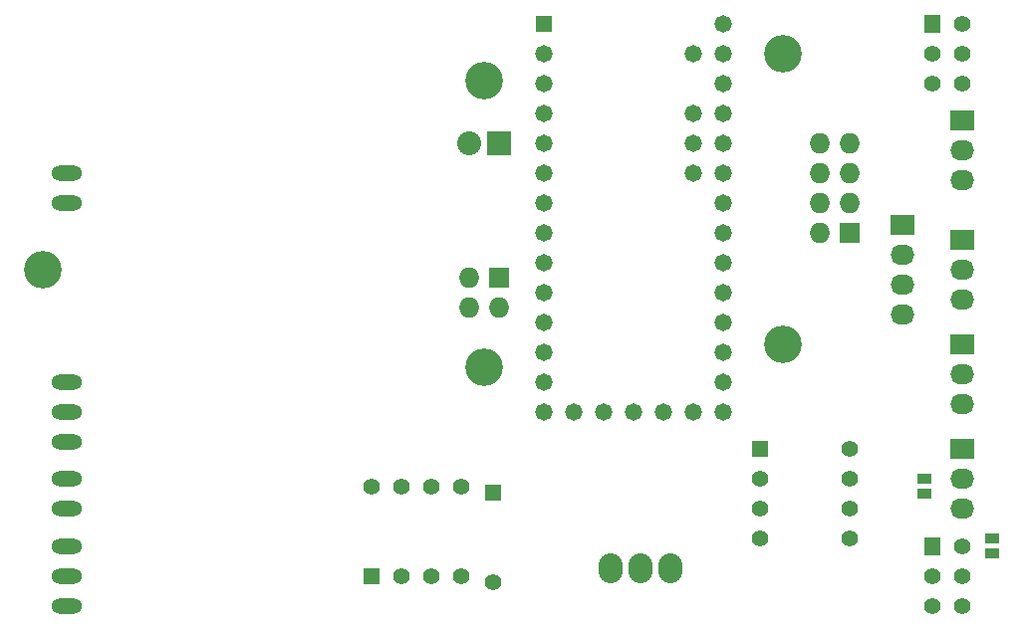
<source format=gbr>
G04 #@! TF.FileFunction,Soldermask,Bot*
%FSLAX46Y46*%
G04 Gerber Fmt 4.6, Leading zero omitted, Abs format (unit mm)*
G04 Created by KiCad (PCBNEW (after 2015-mar-04 BZR unknown)-product) date 17.04.2015 12:59:35*
%MOMM*%
G01*
G04 APERTURE LIST*
%ADD10C,0.100000*%
%ADD11C,1.473200*%
%ADD12R,1.473200X1.473200*%
%ADD13R,2.032000X1.727200*%
%ADD14O,2.032000X1.727200*%
%ADD15O,2.613660X1.305560*%
%ADD16O,2.032000X2.540000*%
%ADD17R,1.270000X0.965200*%
%ADD18R,1.397000X1.397000*%
%ADD19C,1.397000*%
%ADD20R,1.727200X1.727200*%
%ADD21O,1.727200X1.727200*%
%ADD22R,2.032000X2.032000*%
%ADD23O,2.032000X2.032000*%
%ADD24R,1.422400X1.422400*%
%ADD25C,1.422400*%
%ADD26R,1.400000X1.500000*%
%ADD27C,1.400000*%
%ADD28C,3.200000*%
G04 APERTURE END LIST*
D10*
D11*
X134620000Y-77470000D03*
X134620000Y-80010000D03*
X134620000Y-82550000D03*
X134620000Y-85090000D03*
X149860000Y-80010000D03*
X139700000Y-107950000D03*
X134620000Y-87630000D03*
X134620000Y-90170000D03*
X134620000Y-92710000D03*
X134620000Y-95250000D03*
X134620000Y-97790000D03*
X134620000Y-100330000D03*
X134620000Y-102870000D03*
X134620000Y-105410000D03*
X134620000Y-107950000D03*
X149860000Y-107950000D03*
X149860000Y-105410000D03*
X149860000Y-102870000D03*
X149860000Y-100330000D03*
X149860000Y-97790000D03*
X149860000Y-95250000D03*
X149860000Y-92710000D03*
X149860000Y-90170000D03*
X149860000Y-87630000D03*
X149860000Y-85090000D03*
X149860000Y-82550000D03*
X147320000Y-85090000D03*
X147320000Y-87630000D03*
X147320000Y-107950000D03*
X149860000Y-77470000D03*
X147320000Y-82550000D03*
D12*
X134620000Y-74930000D03*
D11*
X142240000Y-107950000D03*
X144780000Y-107950000D03*
X137160000Y-107950000D03*
X149860000Y-74930000D03*
X147320000Y-77470000D03*
D13*
X170180000Y-111125000D03*
D14*
X170180000Y-113665000D03*
X170180000Y-116205000D03*
D13*
X170180000Y-93345000D03*
D14*
X170180000Y-95885000D03*
X170180000Y-98425000D03*
D13*
X170180000Y-102235000D03*
D14*
X170180000Y-104775000D03*
X170180000Y-107315000D03*
D13*
X170180000Y-83185000D03*
D14*
X170180000Y-85725000D03*
X170180000Y-88265000D03*
D15*
X94107000Y-116205000D03*
X94107000Y-113665000D03*
D16*
X142875000Y-121285000D03*
X140335000Y-121285000D03*
X145415000Y-121285000D03*
D17*
X167005000Y-113665000D03*
X167005000Y-114935000D03*
D18*
X120015000Y-121920000D03*
D19*
X122555000Y-121920000D03*
X125095000Y-121920000D03*
X127635000Y-121920000D03*
X127635000Y-114300000D03*
X125095000Y-114300000D03*
X122555000Y-114300000D03*
X120015000Y-114300000D03*
D17*
X172720000Y-118745000D03*
X172720000Y-120015000D03*
D20*
X160655000Y-92710000D03*
D21*
X158115000Y-92710000D03*
X160655000Y-90170000D03*
X158115000Y-90170000D03*
X160655000Y-87630000D03*
X158115000Y-87630000D03*
X160655000Y-85090000D03*
X158115000Y-85090000D03*
D18*
X153035000Y-111125000D03*
D19*
X153035000Y-113665000D03*
X153035000Y-116205000D03*
X153035000Y-118745000D03*
X160655000Y-118745000D03*
X160655000Y-116205000D03*
X160655000Y-113665000D03*
X160655000Y-111125000D03*
D20*
X130810000Y-96520000D03*
D21*
X130810000Y-99060000D03*
X128270000Y-96520000D03*
X128270000Y-99060000D03*
D13*
X165100000Y-92075000D03*
D14*
X165100000Y-94615000D03*
X165100000Y-97155000D03*
X165100000Y-99695000D03*
D22*
X130810000Y-85090000D03*
D23*
X128270000Y-85090000D03*
D24*
X130302000Y-114808000D03*
D25*
X130302000Y-122428000D03*
D15*
X94107000Y-124460000D03*
X94107000Y-121920000D03*
X94107000Y-119380000D03*
X94107000Y-110490000D03*
X94107000Y-107950000D03*
X94107000Y-105410000D03*
X94107000Y-90170000D03*
X94107000Y-87630000D03*
D26*
X167640000Y-74930000D03*
D27*
X170180000Y-74930000D03*
X167640000Y-77470000D03*
X170180000Y-77470000D03*
X167640000Y-80010000D03*
X170180000Y-80010000D03*
D26*
X167640000Y-119380000D03*
D27*
X170180000Y-119380000D03*
X167640000Y-121920000D03*
X170180000Y-121920000D03*
X167640000Y-124460000D03*
X170180000Y-124460000D03*
D28*
X129540000Y-79756000D03*
X154940000Y-77470000D03*
X92075000Y-95885000D03*
X154940000Y-102235000D03*
X129540000Y-104140000D03*
M02*

</source>
